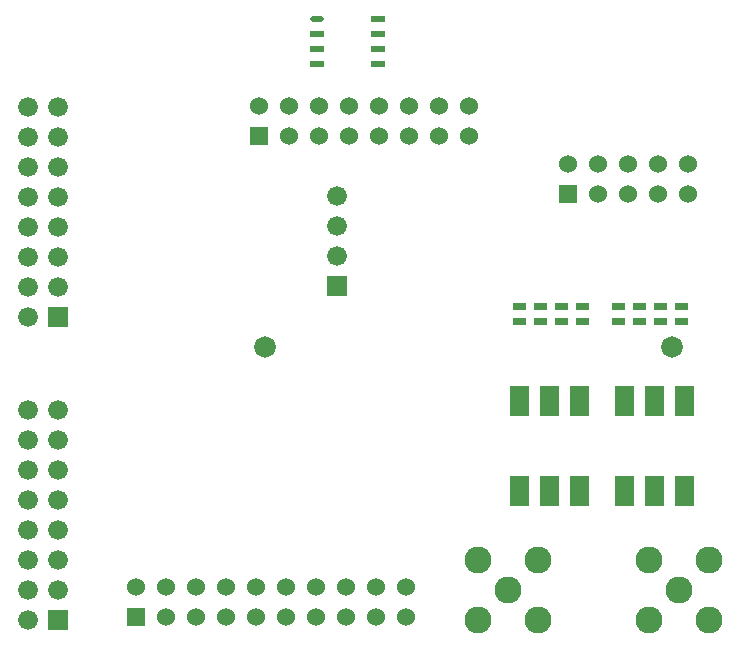
<source format=gbr>
G04 start of page 6 for group -4063 idx -4063
G04 Title: TX Daughterboard, componentmask *
G04 Creator: pcb 20070208 *
G04 CreationDate: Mon Dec 24 21:52:14 2007 UTC *
G04 For: matt *
G04 Format: Gerber/RS-274X *
G04 PCB-Dimensions: 275000 250000 *
G04 PCB-Coordinate-Origin: lower left *
%MOIN*%
%FSLAX24Y24*%
%LNFRONTMASK*%
%ADD13C,0.0600*%
%ADD14R,0.0600X0.0600*%
%ADD15C,0.0900*%
%ADD20C,0.0200*%
%ADD21R,0.0200X0.0200*%
%ADD22R,0.0240X0.0240*%
%ADD23R,0.0650X0.0650*%
%ADD24C,0.0660*%
%ADD25R,0.0660X0.0660*%
%ADD26C,0.0720*%
G54D24*X1900Y3200D03*
X900D03*
X1900Y4200D03*
X900D03*
G54D25*X1900Y1200D03*
G54D24*X900D03*
X1900Y2200D03*
X900D03*
X1900Y5200D03*
X900D03*
Y6200D03*
Y7200D03*
Y8200D03*
G54D25*X1900Y11300D03*
G54D24*Y12300D03*
Y13300D03*
Y14300D03*
Y15300D03*
Y16300D03*
X900Y11300D03*
Y12300D03*
Y13300D03*
Y14300D03*
Y15300D03*
Y16300D03*
X1900Y17300D03*
X900D03*
X1900Y18300D03*
X900D03*
X11200Y13350D03*
Y14350D03*
Y15350D03*
G54D14*X8600Y17350D03*
G54D13*Y18350D03*
X9600Y17350D03*
X10600D03*
X11600D03*
X9600Y18350D03*
X10600D03*
X11600D03*
X12600Y17350D03*
X13600D03*
X14600D03*
X15600D03*
X12600Y18350D03*
X13600D03*
X14600D03*
X15600D03*
G54D24*X1900Y6200D03*
Y7200D03*
Y8200D03*
G54D26*X8830Y10300D03*
X22373D03*
G54D25*X11200Y12350D03*
G54D14*X18900Y15400D03*
G54D13*Y16400D03*
X19900Y15400D03*
Y16400D03*
X20900Y15400D03*
X21900D03*
X22900D03*
X20900Y16400D03*
X21900D03*
X22900D03*
G54D15*X16900Y2200D03*
X15900Y1200D03*
Y3200D03*
X17900Y1200D03*
X22600Y2200D03*
X21600Y1200D03*
X23600D03*
X17900Y3200D03*
X21600D03*
X23600D03*
G54D14*X4500Y1300D03*
G54D13*Y2300D03*
X5500Y1300D03*
Y2300D03*
X6500Y1300D03*
Y2300D03*
X7500Y1300D03*
Y2300D03*
X8500Y1300D03*
Y2300D03*
X9500Y1300D03*
X10500D03*
X11500D03*
X12500D03*
X13500D03*
X9500Y2300D03*
X10500D03*
X11500D03*
X12500D03*
X13500D03*
G54D20*X10410Y21250D02*X10690D01*
G54D21*X10410Y20750D02*X10690D01*
X10410Y20250D02*X10690D01*
X10410Y19750D02*X10690D01*
X12450D02*X12730D01*
X12450Y20250D02*X12730D01*
X12450Y20750D02*X12730D01*
X12450Y21250D02*X12730D01*
G54D22*X21910Y11160D02*X22090D01*
X21910Y11640D02*X22090D01*
X21210Y11160D02*X21390D01*
X21210Y11640D02*X21390D01*
G54D23*X22800Y8670D02*Y8320D01*
X21800Y8670D02*Y8320D01*
X20800Y8670D02*Y8320D01*
G54D22*X22610Y11160D02*X22790D01*
X22610Y11640D02*X22790D01*
X17210Y11160D02*X17390D01*
X17210Y11640D02*X17390D01*
X17910Y11160D02*X18090D01*
X17910Y11640D02*X18090D01*
G54D23*X17300Y5680D02*Y5330D01*
X18300Y5680D02*Y5330D01*
X19300Y5680D02*Y5330D01*
Y8670D02*Y8320D01*
X18300Y8670D02*Y8320D01*
X17300Y8670D02*Y8320D01*
G54D22*X18610Y11160D02*X18790D01*
X18610Y11640D02*X18790D01*
X19310Y11160D02*X19490D01*
X19310Y11640D02*X19490D01*
X20510Y11160D02*X20690D01*
X20510Y11640D02*X20690D01*
G54D23*X20800Y5680D02*Y5330D01*
X21800Y5680D02*Y5330D01*
X22800Y5680D02*Y5330D01*
M02*

</source>
